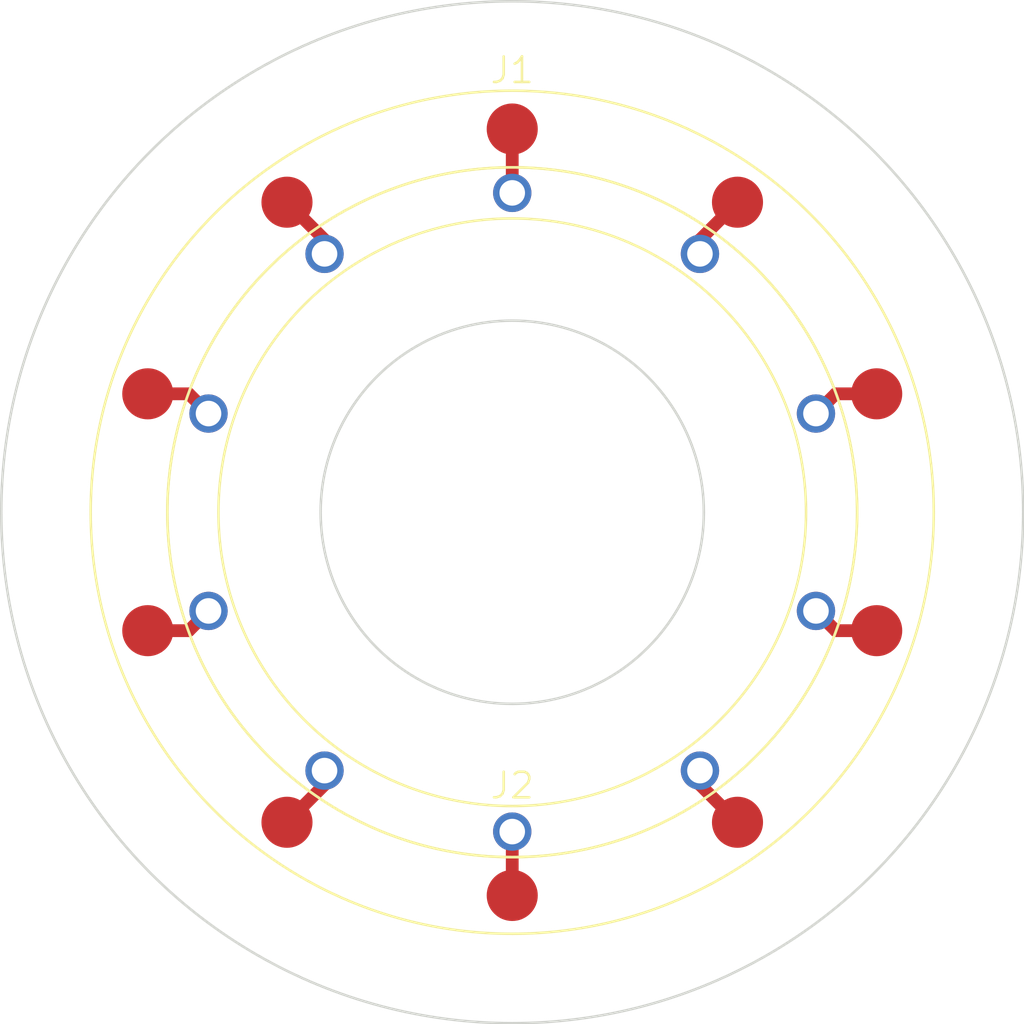
<source format=kicad_pcb>
(kicad_pcb (version 20221018) (generator pcbnew)
  (layers (0 "F.Cu" signal) (31 "B.Cu" signal) (34 "B.Paste" user) (35 "F.Paste" user) (36 "B.SilkS" user "B.Silkscreen") (37 "F.SilkS" user "F.Silkscreen") (38 "B.Mask" user) (39 "F.Mask" user) (44 "Edge.Cuts" user))
  (net 0 "")
  (net 1 "GND")
  (net 2 "DET_out")
  (net 3 "DET_in")
  (net 4 "CLK_2")
  (net 5 "MISO_2")
  (net 6 "MOSI_2")
  (net 7 "CLK_1")
  (net 8 "MISO_1")
  (net 9 "MOSI_1")
  (net 10 "Vin")
  (footprint "My_library:PogoPin_ContactPad" (layer "F.Cu") (at 100 100)
    (fp_text reference "J1" (at 0 -17.3 unlocked) (layer "F.SilkS") (effects (font (thickness 0.1))))
    (fp_text value "Conn_01x10")
    (fp_circle (center 0 0) (end 13.5 0) (stroke (width 0.1)) (fill none) (layer "F.SilkS"))
    (fp_circle (center 0 0) (end 16.5 0) (stroke (width 0.1)) (fill none) (layer "F.SilkS"))
    (pad "1" smd circle (at 0 15) (size 2 2) (layers "F.Cu" "F.Paste" "F.Mask") (net 1 "GND"))
    (pad "2" smd circle (at -8.8168 12.1353) (size 2 2) (layers "F.Cu" "F.Paste" "F.Mask") (net 2 "DET_out"))
    (pad "3" smd circle (at -14.2658 4.6353) (size 2 2) (layers "F.Cu" "F.Paste" "F.Mask") (net 3 "DET_in"))
    (pad "4" smd circle (at -14.2658 -4.6353) (size 2 2) (layers "F.Cu" "F.Paste" "F.Mask") (net 4 "CLK_2"))
    (pad "5" smd circle (at -8.8168 -12.1353) (size 2 2) (layers "F.Cu" "F.Paste" "F.Mask") (net 5 "MISO_2"))
    (pad "6" smd circle (at 0 -15) (size 2 2) (layers "F.Cu" "F.Paste" "F.Mask") (net 6 "MOSI_2"))
    (pad "7" smd circle (at 8.8168 -12.1353) (size 2 2) (layers "F.Cu" "F.Paste" "F.Mask") (net 7 "CLK_1"))
    (pad "8" smd circle (at 14.2658 -4.6353) (size 2 2) (layers "F.Cu" "F.Paste" "F.Mask") (net 8 "MISO_1"))
    (pad "9" smd circle (at 14.2658 4.6353) (size 2 2) (layers "F.Cu" "F.Paste" "F.Mask") (net 9 "MOSI_1"))
    (pad "10" smd circle (at 8.8168 12.1353) (size 2 2) (layers "F.Cu" "F.Paste" "F.Mask") (net 10 "Vin"))
  )
  (footprint "My_library:BreakawayCon_Wire" (layer "F.Cu") (at 100 100)
    (fp_text reference "J2" (at 0 10.7 unlocked) (layer "F.SilkS") (effects (font (thickness 0.1))))
    (fp_text value "Conn_01x10")
    (fp_circle (center 0 0) (end 11.5 0) (stroke (width 0.1)) (fill none) (layer "F.SilkS"))
    (fp_circle (center 0 0) (end 13.5 0) (stroke (width 0.1)) (fill none) (layer "F.SilkS"))
    (pad "1" thru_hole circle (at 0 12.5) (size 1.5 1.5) (drill 1) (layers "*.Cu" "*.Mask") (net 1 "GND"))
    (pad "2" thru_hole circle (at -7.3473 10.1127) (size 1.5 1.5) (drill 1) (layers "*.Cu" "*.Mask") (net 2 "DET_out"))
    (pad "3" thru_hole circle (at -11.8882 3.8627) (size 1.5 1.5) (drill 1) (layers "*.Cu" "*.Mask") (net 3 "DET_in"))
    (pad "4" thru_hole circle (at -11.8882 -3.8627) (size 1.5 1.5) (drill 1) (layers "*.Cu" "*.Mask") (net 4 "CLK_2"))
    (pad "5" thru_hole circle (at -7.3473 -10.1127) (size 1.5 1.5) (drill 1) (layers "*.Cu" "*.Mask") (net 5 "MISO_2"))
    (pad "6" thru_hole circle (at 0 -12.5) (size 1.5 1.5) (drill 1) (layers "*.Cu" "*.Mask") (net 6 "MOSI_2"))
    (pad "7" thru_hole circle (at 7.3473 -10.1127) (size 1.5 1.5) (drill 1) (layers "*.Cu" "*.Mask") (net 7 "CLK_1"))
    (pad "8" thru_hole circle (at 11.8882 -3.8627) (size 1.5 1.5) (drill 1) (layers "*.Cu" "*.Mask") (net 8 "MISO_1"))
    (pad "9" thru_hole circle (at 11.8882 3.8627) (size 1.5 1.5) (drill 1) (layers "*.Cu" "*.Mask") (net 9 "MOSI_1"))
    (pad "10" thru_hole circle (at 7.3473 10.1127) (size 1.5 1.5) (drill 1) (layers "*.Cu" "*.Mask") (net 10 "Vin"))
  )
  (gr_circle (center 100 100) (end 107.5 100) (stroke (width 0.1)) (fill none) (layer "Edge.Cuts"))
  (gr_circle (center 100 100) (end 120 100) (stroke (width 0.1)) (fill none) (layer "Edge.Cuts"))
  (segment (start 100 115) (end 100 112.5) (width 0.5) (layer "F.Cu") (net 1))
  (segment (start 91.1832 112.1353) (end 92.6527 110.6658) (width 0.5) (layer "F.Cu") (net 2))
  (segment (start 92.6527 110.6658) (end 92.6527 110.1127) (width 0.5) (layer "F.Cu") (net 2))
  (segment (start 85.7342 104.6353) (end 87.3392 104.6353) (width 0.5) (layer "F.Cu") (net 3))
  (segment (start 87.3392 104.6353) (end 88.1118 103.8627) (width 0.5) (layer "F.Cu") (net 3))
  (segment (start 85.7342 95.3647) (end 87.3392 95.3647) (width 0.5) (layer "F.Cu") (net 4))
  (segment (start 87.3392 95.3647) (end 88.1118 96.1373) (width 0.5) (layer "F.Cu") (net 4))
  (segment (start 92.6527 89.3342) (end 92.6527 89.8873) (width 0.5) (layer "F.Cu") (net 5))
  (segment (start 91.1832 87.8647) (end 92.6527 89.3342) (width 0.5) (layer "F.Cu") (net 5))
  (segment (start 100 85) (end 100 87.5) (width 0.5) (layer "F.Cu") (net 6))
  (segment (start 107.3473 89.3342) (end 107.3473 89.8873) (width 0.5) (layer "F.Cu") (net 7))
  (segment (start 108.8168 87.8647) (end 107.3473 89.3342) (width 0.5) (layer "F.Cu") (net 7))
  (segment (start 112.6608 95.3647) (end 111.8882 96.1373) (width 0.5) (layer "F.Cu") (net 8))
  (segment (start 114.2658 95.3647) (end 112.6608 95.3647) (width 0.5) (layer "F.Cu") (net 8))
  (segment (start 114.2658 104.6353) (end 112.6608 104.6353) (width 0.5) (layer "F.Cu") (net 9))
  (segment (start 112.6608 104.6353) (end 111.8882 103.8627) (width 0.5) (layer "F.Cu") (net 9))
  (segment (start 108.8168 112.1353) (end 107.3473 110.6658) (width 0.5) (layer "F.Cu") (net 10))
  (segment (start 107.3473 110.6658) (end 107.3473 110.1127) (width 0.5) (layer "F.Cu") (net 10))
)
</source>
